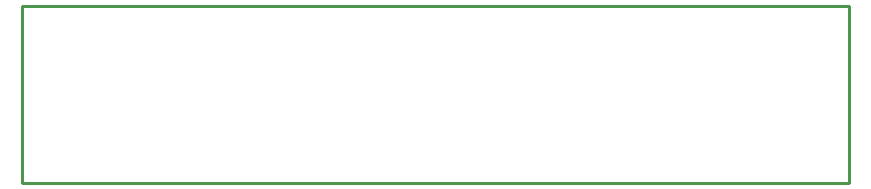
<source format=gko>
G04*
G04 #@! TF.GenerationSoftware,Altium Limited,Altium Designer,23.9.2 (47)*
G04*
G04 Layer_Color=16711935*
%FSLAX44Y44*%
%MOMM*%
G71*
G04*
G04 #@! TF.SameCoordinates,CC6E2E45-683C-497C-A537-BDC6FAE405B9*
G04*
G04*
G04 #@! TF.FilePolarity,Positive*
G04*
G01*
G75*
%ADD11C,0.2540*%
D11*
X659130Y1014730D02*
X1359130D01*
X659130Y864730D02*
Y1014730D01*
X1359130Y864730D02*
Y1014730D01*
X659130Y864730D02*
X1359130D01*
M02*

</source>
